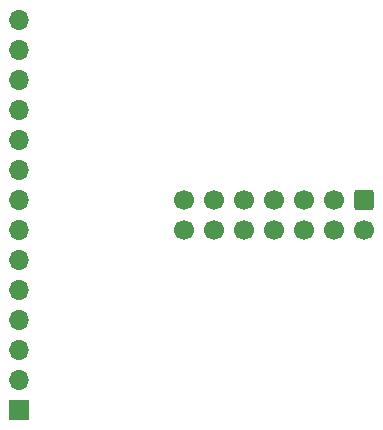
<source format=gbs>
G04 #@! TF.GenerationSoftware,KiCad,Pcbnew,7.0.2*
G04 #@! TF.CreationDate,2023-05-16T20:10:09+02:00*
G04 #@! TF.ProjectId,Display Adapter,44697370-6c61-4792-9041-646170746572,V1.0*
G04 #@! TF.SameCoordinates,Original*
G04 #@! TF.FileFunction,Soldermask,Bot*
G04 #@! TF.FilePolarity,Negative*
%FSLAX46Y46*%
G04 Gerber Fmt 4.6, Leading zero omitted, Abs format (unit mm)*
G04 Created by KiCad (PCBNEW 7.0.2) date 2023-05-16 20:10:09*
%MOMM*%
%LPD*%
G01*
G04 APERTURE LIST*
G04 Aperture macros list*
%AMRoundRect*
0 Rectangle with rounded corners*
0 $1 Rounding radius*
0 $2 $3 $4 $5 $6 $7 $8 $9 X,Y pos of 4 corners*
0 Add a 4 corners polygon primitive as box body*
4,1,4,$2,$3,$4,$5,$6,$7,$8,$9,$2,$3,0*
0 Add four circle primitives for the rounded corners*
1,1,$1+$1,$2,$3*
1,1,$1+$1,$4,$5*
1,1,$1+$1,$6,$7*
1,1,$1+$1,$8,$9*
0 Add four rect primitives between the rounded corners*
20,1,$1+$1,$2,$3,$4,$5,0*
20,1,$1+$1,$4,$5,$6,$7,0*
20,1,$1+$1,$6,$7,$8,$9,0*
20,1,$1+$1,$8,$9,$2,$3,0*%
G04 Aperture macros list end*
%ADD10RoundRect,0.250000X-0.600000X0.600000X-0.600000X-0.600000X0.600000X-0.600000X0.600000X0.600000X0*%
%ADD11C,1.700000*%
%ADD12R,1.700000X1.700000*%
%ADD13O,1.700000X1.700000*%
G04 APERTURE END LIST*
D10*
X161290000Y-101600000D03*
D11*
X161290000Y-104140000D03*
X158750000Y-101600000D03*
X158750000Y-104140000D03*
X156210000Y-101600000D03*
X156210000Y-104140000D03*
X153670000Y-101600000D03*
X153670000Y-104140000D03*
X151130000Y-101600000D03*
X151130000Y-104140000D03*
X148590000Y-101600000D03*
X148590000Y-104140000D03*
X146050000Y-101600000D03*
X146050000Y-104140000D03*
D12*
X132080000Y-119380000D03*
D13*
X132080000Y-116840000D03*
X132080000Y-114300000D03*
X132080000Y-111760000D03*
X132080000Y-109220000D03*
X132080000Y-106680000D03*
X132080000Y-104140000D03*
X132080000Y-101600000D03*
X132080000Y-99060000D03*
X132080000Y-96520000D03*
X132080000Y-93980000D03*
X132080000Y-91440000D03*
X132080000Y-88900000D03*
X132080000Y-86360000D03*
M02*

</source>
